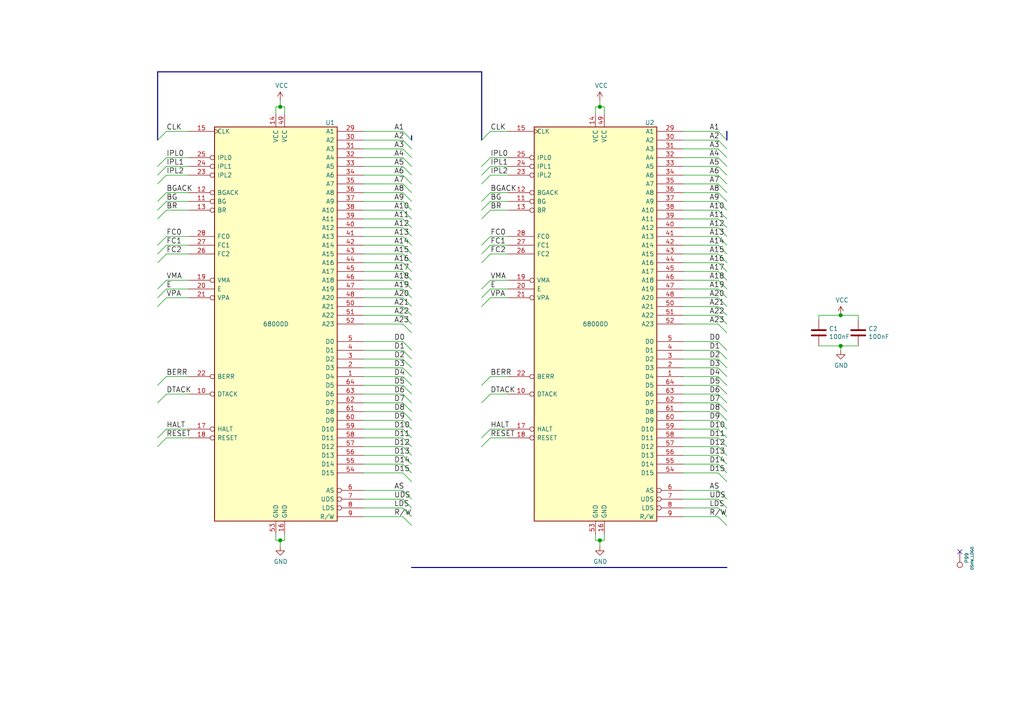
<source format=kicad_sch>
(kicad_sch (version 20210615) (generator eeschema)
  (paper "A4")
  (title_block (title "Open68000Relocator") (date "2018-11-02") (rev "V1sukko-git") (company "SukkoPera") (comment 1 "Shifts a 68000 processor socket up and 90 degrees counter-clockwise") (comment 2 "https://github.com/SukkoPera/Open68000Relocator") (comment 3 "Based on work by AwesomeInferno") (comment 4 "http://www.github.com/awesomeinferno"))
  (lib_symbols
    (symbol "68000Relocator-rescue:CONN_1-conn" (pin_numbers hide) (pin_names (offset 0.762) hide)
      (property "Reference" "P" (at 2.032 0 0))
      (symbol "CONN_1-conn_0_1"
        (circle (center 0 0) (radius 0.7874))
        (polyline (pts (xy -0.762 0) (xy -1.27 0)))
      )
      (symbol "CONN_1-conn_1_1"
        (pin passive line (at -3.81 0 0) (length 2.54) (name "1") (number "1"))
      )
    )
    (symbol "CPU_NXP_68000:68000D" (pin_names (offset 0.762))
      (property "Reference" "U" (at 0 2.54 0))
      (property "Value" "68000D" (at 0 -3.81 0))
      (symbol "68000D_0_1"
        (rectangle (start -17.78 57.15) (end 17.78 -57.15) (stroke (width 0.254)) (fill (type background)))
      )
      (symbol "68000D_1_1"
        (pin bidirectional line (at 25.4 -15.24 180) (length 7.62) (name "D4") (number "1"))
        (pin input inverted (at -25.4 -20.32 0) (length 7.62) (name "DTACK") (number "10"))
        (pin output inverted (at -25.4 35.56 0) (length 7.62) (name "BG") (number "11"))
        (pin input inverted (at -25.4 38.1 0) (length 7.62) (name "BGACK") (number "12"))
        (pin input inverted (at -25.4 33.02 0) (length 7.62) (name "BR") (number "13"))
        (pin power_in line (at 0 60.96 270) (length 3.81) (name "VCC") (number "14"))
        (pin input clock (at -25.4 55.88 0) (length 7.62) (name "CLK") (number "15"))
        (pin power_in line (at 2.54 -60.96 90) (length 3.81) (name "GND") (number "16"))
        (pin bidirectional inverted (at -25.4 -30.48 0) (length 7.62) (name "HALT") (number "17"))
        (pin bidirectional inverted (at -25.4 -33.02 0) (length 7.62) (name "RESET") (number "18"))
        (pin output inverted (at -25.4 12.7 0) (length 7.62) (name "VMA") (number "19"))
        (pin bidirectional line (at 25.4 -12.7 180) (length 7.62) (name "D3") (number "2"))
        (pin output line (at -25.4 10.16 0) (length 7.62) (name "E") (number "20"))
        (pin input inverted (at -25.4 7.62 0) (length 7.62) (name "VPA") (number "21"))
        (pin input inverted (at -25.4 -15.24 0) (length 7.62) (name "BERR") (number "22"))
        (pin input inverted (at -25.4 43.18 0) (length 7.62) (name "IPL2") (number "23"))
        (pin input inverted (at -25.4 45.72 0) (length 7.62) (name "IPL1") (number "24"))
        (pin input inverted (at -25.4 48.26 0) (length 7.62) (name "IPL0") (number "25"))
        (pin output line (at -25.4 20.32 0) (length 7.62) (name "FC2") (number "26"))
        (pin output line (at -25.4 22.86 0) (length 7.62) (name "FC1") (number "27"))
        (pin output line (at -25.4 25.4 0) (length 7.62) (name "FC0") (number "28"))
        (pin output line (at 25.4 55.88 180) (length 7.62) (name "A1") (number "29"))
        (pin bidirectional line (at 25.4 -10.16 180) (length 7.62) (name "D2") (number "3"))
        (pin output line (at 25.4 53.34 180) (length 7.62) (name "A2") (number "30"))
        (pin output line (at 25.4 50.8 180) (length 7.62) (name "A3") (number "31"))
        (pin output line (at 25.4 48.26 180) (length 7.62) (name "A4") (number "32"))
        (pin output line (at 25.4 45.72 180) (length 7.62) (name "A5") (number "33"))
        (pin output line (at 25.4 43.18 180) (length 7.62) (name "A6") (number "34"))
        (pin output line (at 25.4 40.64 180) (length 7.62) (name "A7") (number "35"))
        (pin output line (at 25.4 38.1 180) (length 7.62) (name "A8") (number "36"))
        (pin output line (at 25.4 35.56 180) (length 7.62) (name "A9") (number "37"))
        (pin output line (at 25.4 33.02 180) (length 7.62) (name "A10") (number "38"))
        (pin output line (at 25.4 30.48 180) (length 7.62) (name "A11") (number "39"))
        (pin bidirectional line (at 25.4 -7.62 180) (length 7.62) (name "D1") (number "4"))
        (pin output line (at 25.4 27.94 180) (length 7.62) (name "A12") (number "40"))
        (pin output line (at 25.4 25.4 180) (length 7.62) (name "A13") (number "41"))
        (pin output line (at 25.4 22.86 180) (length 7.62) (name "A14") (number "42"))
        (pin output line (at 25.4 20.32 180) (length 7.62) (name "A15") (number "43"))
        (pin output line (at 25.4 17.78 180) (length 7.62) (name "A16") (number "44"))
        (pin output line (at 25.4 15.24 180) (length 7.62) (name "A17") (number "45"))
        (pin output line (at 25.4 12.7 180) (length 7.62) (name "A18") (number "46"))
        (pin output line (at 25.4 10.16 180) (length 7.62) (name "A19") (number "47"))
        (pin output line (at 25.4 7.62 180) (length 7.62) (name "A20") (number "48"))
        (pin power_in line (at 2.54 60.96 270) (length 3.81) (name "VCC") (number "49"))
        (pin bidirectional line (at 25.4 -5.08 180) (length 7.62) (name "D0") (number "5"))
        (pin output line (at 25.4 5.08 180) (length 7.62) (name "A21") (number "50"))
        (pin output line (at 25.4 2.54 180) (length 7.62) (name "A22") (number "51"))
        (pin output line (at 25.4 0 180) (length 7.62) (name "A23") (number "52"))
        (pin power_in line (at 0 -60.96 90) (length 3.81) (name "GND") (number "53"))
        (pin bidirectional line (at 25.4 -43.18 180) (length 7.62) (name "D15") (number "54"))
        (pin bidirectional line (at 25.4 -40.64 180) (length 7.62) (name "D14") (number "55"))
        (pin bidirectional line (at 25.4 -38.1 180) (length 7.62) (name "D13") (number "56"))
        (pin bidirectional line (at 25.4 -35.56 180) (length 7.62) (name "D12") (number "57"))
        (pin bidirectional line (at 25.4 -33.02 180) (length 7.62) (name "D11") (number "58"))
        (pin bidirectional line (at 25.4 -30.48 180) (length 7.62) (name "D10") (number "59"))
        (pin output inverted (at 25.4 -48.26 180) (length 7.62) (name "AS") (number "6"))
        (pin bidirectional line (at 25.4 -27.94 180) (length 7.62) (name "D9") (number "60"))
        (pin bidirectional line (at 25.4 -25.4 180) (length 7.62) (name "D8") (number "61"))
        (pin bidirectional line (at 25.4 -22.86 180) (length 7.62) (name "D7") (number "62"))
        (pin bidirectional line (at 25.4 -20.32 180) (length 7.62) (name "D6") (number "63"))
        (pin bidirectional line (at 25.4 -17.78 180) (length 7.62) (name "D5") (number "64"))
        (pin output inverted (at 25.4 -50.8 180) (length 7.62) (name "UDS") (number "7"))
        (pin output inverted (at 25.4 -53.34 180) (length 7.62) (name "LDS") (number "8"))
        (pin output line (at 25.4 -55.88 180) (length 7.62) (name "R/W") (number "9"))
      )
    )
    (symbol "Device:C" (pin_numbers hide) (pin_names (offset 0.254))
      (property "Reference" "C" (at 0.635 2.54 0))
      (property "Value" "C" (at 0.635 -2.54 0))
      (symbol "C_0_1"
        (polyline (pts (xy -2.032 -0.762) (xy 2.032 -0.762)) (stroke (width 0.508)))
        (polyline (pts (xy -2.032 0.762) (xy 2.032 0.762)) (stroke (width 0.508)))
      )
      (symbol "C_1_1"
        (pin passive line (at 0 3.81 270) (length 2.794) (name "~") (number "1"))
        (pin passive line (at 0 -3.81 90) (length 2.794) (name "~") (number "2"))
      )
    )
    (symbol "power:GND" (power) (pin_names (offset 0))
      (property "Value" "GND" (at 0 -3.81 0))
      (symbol "GND_0_1"
        (polyline (pts (xy 0 0) (xy 0 -1.27) (xy 1.27 -1.27) (xy 0 -2.54) (xy -1.27 -1.27) (xy 0 -1.27)))
      )
      (symbol "GND_1_1"
        (pin power_in line (at 0 0 270) (length 0) hide (name "GND") (number "1"))
      )
    )
    (symbol "power:VCC" (power) (pin_names (offset 0))
      (property "Value" "VCC" (at 0 3.81 0))
      (symbol "VCC_0_1"
        (polyline (pts (xy -0.762 1.27) (xy 0 2.54)))
        (polyline (pts (xy 0 0) (xy 0 2.54)))
        (polyline (pts (xy 0 2.54) (xy 0.762 1.27)))
      )
      (symbol "VCC_1_1"
        (pin power_in line (at 0 0 90) (length 0) hide (name "VCC") (number "1"))
      )
    )
  )
  (junction (at 81.28 30.988) (diameter 1.016))
  (junction (at 81.28 156.718) (diameter 1.016))
  (junction (at 173.99 30.988) (diameter 1.016))
  (junction (at 173.99 156.718) (diameter 1.016))
  (junction (at 243.84 91.44) (diameter 1.016))
  (junction (at 243.84 100.33) (diameter 1.016))
  (no_connect (at 278.384 160.02))
  (bus_entry (at 45.72 40.64) (size 2.54 -2.54) (stroke (width 0.1524)))
  (bus_entry (at 45.72 48.26) (size 2.54 -2.54) (stroke (width 0.1524)))
  (bus_entry (at 45.72 50.8) (size 2.54 -2.54) (stroke (width 0.1524)))
  (bus_entry (at 45.72 53.34) (size 2.54 -2.54) (stroke (width 0.1524)))
  (bus_entry (at 45.72 58.42) (size 2.54 -2.54) (stroke (width 0.1524)))
  (bus_entry (at 45.72 60.96) (size 2.54 -2.54) (stroke (width 0.1524)))
  (bus_entry (at 45.72 63.5) (size 2.54 -2.54) (stroke (width 0.1524)))
  (bus_entry (at 45.72 71.12) (size 2.54 -2.54) (stroke (width 0.1524)))
  (bus_entry (at 45.72 73.66) (size 2.54 -2.54) (stroke (width 0.1524)))
  (bus_entry (at 45.72 76.2) (size 2.54 -2.54) (stroke (width 0.1524)))
  (bus_entry (at 45.72 83.82) (size 2.54 -2.54) (stroke (width 0.1524)))
  (bus_entry (at 45.72 86.36) (size 2.54 -2.54) (stroke (width 0.1524)))
  (bus_entry (at 45.72 88.9) (size 2.54 -2.54) (stroke (width 0.1524)))
  (bus_entry (at 45.72 111.76) (size 2.54 -2.54) (stroke (width 0.1524)))
  (bus_entry (at 45.72 116.84) (size 2.54 -2.54) (stroke (width 0.1524)))
  (bus_entry (at 45.72 127) (size 2.54 -2.54) (stroke (width 0.1524)))
  (bus_entry (at 45.72 129.54) (size 2.54 -2.54) (stroke (width 0.1524)))
  (bus_entry (at 116.84 38.1) (size 2.54 2.54) (stroke (width 0.1524)))
  (bus_entry (at 116.84 40.64) (size 2.54 2.54) (stroke (width 0.1524)))
  (bus_entry (at 116.84 43.18) (size 2.54 2.54) (stroke (width 0.1524)))
  (bus_entry (at 116.84 45.72) (size 2.54 2.54) (stroke (width 0.1524)))
  (bus_entry (at 116.84 48.26) (size 2.54 2.54) (stroke (width 0.1524)))
  (bus_entry (at 116.84 50.8) (size 2.54 2.54) (stroke (width 0.1524)))
  (bus_entry (at 116.84 53.34) (size 2.54 2.54) (stroke (width 0.1524)))
  (bus_entry (at 116.84 55.88) (size 2.54 2.54) (stroke (width 0.1524)))
  (bus_entry (at 116.84 58.42) (size 2.54 2.54) (stroke (width 0.1524)))
  (bus_entry (at 116.84 60.96) (size 2.54 2.54) (stroke (width 0.1524)))
  (bus_entry (at 116.84 63.5) (size 2.54 2.54) (stroke (width 0.1524)))
  (bus_entry (at 116.84 66.04) (size 2.54 2.54) (stroke (width 0.1524)))
  (bus_entry (at 116.84 68.58) (size 2.54 2.54) (stroke (width 0.1524)))
  (bus_entry (at 116.84 71.12) (size 2.54 2.54) (stroke (width 0.1524)))
  (bus_entry (at 116.84 73.66) (size 2.54 2.54) (stroke (width 0.1524)))
  (bus_entry (at 116.84 76.2) (size 2.54 2.54) (stroke (width 0.1524)))
  (bus_entry (at 116.84 78.74) (size 2.54 2.54) (stroke (width 0.1524)))
  (bus_entry (at 116.84 81.28) (size 2.54 2.54) (stroke (width 0.1524)))
  (bus_entry (at 116.84 83.82) (size 2.54 2.54) (stroke (width 0.1524)))
  (bus_entry (at 116.84 86.36) (size 2.54 2.54) (stroke (width 0.1524)))
  (bus_entry (at 116.84 88.9) (size 2.54 2.54) (stroke (width 0.1524)))
  (bus_entry (at 116.84 91.44) (size 2.54 2.54) (stroke (width 0.1524)))
  (bus_entry (at 116.84 93.98) (size 2.54 2.54) (stroke (width 0.1524)))
  (bus_entry (at 116.84 99.06) (size 2.54 2.54) (stroke (width 0.1524)))
  (bus_entry (at 116.84 101.6) (size 2.54 2.54) (stroke (width 0.1524)))
  (bus_entry (at 116.84 104.14) (size 2.54 2.54) (stroke (width 0.1524)))
  (bus_entry (at 116.84 106.68) (size 2.54 2.54) (stroke (width 0.1524)))
  (bus_entry (at 116.84 109.22) (size 2.54 2.54) (stroke (width 0.1524)))
  (bus_entry (at 116.84 111.76) (size 2.54 2.54) (stroke (width 0.1524)))
  (bus_entry (at 116.84 114.3) (size 2.54 2.54) (stroke (width 0.1524)))
  (bus_entry (at 116.84 116.84) (size 2.54 2.54) (stroke (width 0.1524)))
  (bus_entry (at 116.84 119.38) (size 2.54 2.54) (stroke (width 0.1524)))
  (bus_entry (at 116.84 121.92) (size 2.54 2.54) (stroke (width 0.1524)))
  (bus_entry (at 116.84 124.46) (size 2.54 2.54) (stroke (width 0.1524)))
  (bus_entry (at 116.84 127) (size 2.54 2.54) (stroke (width 0.1524)))
  (bus_entry (at 116.84 129.54) (size 2.54 2.54) (stroke (width 0.1524)))
  (bus_entry (at 116.84 132.08) (size 2.54 2.54) (stroke (width 0.1524)))
  (bus_entry (at 116.84 134.62) (size 2.54 2.54) (stroke (width 0.1524)))
  (bus_entry (at 116.84 137.16) (size 2.54 2.54) (stroke (width 0.1524)))
  (bus_entry (at 116.84 142.24) (size 2.54 2.54) (stroke (width 0.1524)))
  (bus_entry (at 116.84 144.78) (size 2.54 2.54) (stroke (width 0.1524)))
  (bus_entry (at 116.84 147.32) (size 2.54 2.54) (stroke (width 0.1524)))
  (bus_entry (at 116.84 149.86) (size 2.54 2.54) (stroke (width 0.1524)))
  (bus_entry (at 139.7 40.64) (size 2.54 -2.54) (stroke (width 0.1524)))
  (bus_entry (at 139.7 48.26) (size 2.54 -2.54) (stroke (width 0.1524)))
  (bus_entry (at 139.7 50.8) (size 2.54 -2.54) (stroke (width 0.1524)))
  (bus_entry (at 139.7 53.34) (size 2.54 -2.54) (stroke (width 0.1524)))
  (bus_entry (at 139.7 58.42) (size 2.54 -2.54) (stroke (width 0.1524)))
  (bus_entry (at 139.7 60.96) (size 2.54 -2.54) (stroke (width 0.1524)))
  (bus_entry (at 139.7 63.5) (size 2.54 -2.54) (stroke (width 0.1524)))
  (bus_entry (at 139.7 71.12) (size 2.54 -2.54) (stroke (width 0.1524)))
  (bus_entry (at 139.7 73.66) (size 2.54 -2.54) (stroke (width 0.1524)))
  (bus_entry (at 139.7 76.2) (size 2.54 -2.54) (stroke (width 0.1524)))
  (bus_entry (at 139.7 83.82) (size 2.54 -2.54) (stroke (width 0.1524)))
  (bus_entry (at 139.7 86.36) (size 2.54 -2.54) (stroke (width 0.1524)))
  (bus_entry (at 139.7 88.9) (size 2.54 -2.54) (stroke (width 0.1524)))
  (bus_entry (at 139.7 111.76) (size 2.54 -2.54) (stroke (width 0.1524)))
  (bus_entry (at 139.7 116.84) (size 2.54 -2.54) (stroke (width 0.1524)))
  (bus_entry (at 139.7 127) (size 2.54 -2.54) (stroke (width 0.1524)))
  (bus_entry (at 139.7 129.54) (size 2.54 -2.54) (stroke (width 0.1524)))
  (bus_entry (at 208.28 38.1) (size 2.54 2.54) (stroke (width 0.1524)))
  (bus_entry (at 208.28 40.64) (size 2.54 2.54) (stroke (width 0.1524)))
  (bus_entry (at 208.28 43.18) (size 2.54 2.54) (stroke (width 0.1524)))
  (bus_entry (at 208.28 45.72) (size 2.54 2.54) (stroke (width 0.1524)))
  (bus_entry (at 208.28 48.26) (size 2.54 2.54) (stroke (width 0.1524)))
  (bus_entry (at 208.28 50.8) (size 2.54 2.54) (stroke (width 0.1524)))
  (bus_entry (at 208.28 53.34) (size 2.54 2.54) (stroke (width 0.1524)))
  (bus_entry (at 208.28 55.88) (size 2.54 2.54) (stroke (width 0.1524)))
  (bus_entry (at 208.28 58.42) (size 2.54 2.54) (stroke (width 0.1524)))
  (bus_entry (at 208.28 60.96) (size 2.54 2.54) (stroke (width 0.1524)))
  (bus_entry (at 208.28 63.5) (size 2.54 2.54) (stroke (width 0.1524)))
  (bus_entry (at 208.28 66.04) (size 2.54 2.54) (stroke (width 0.1524)))
  (bus_entry (at 208.28 68.58) (size 2.54 2.54) (stroke (width 0.1524)))
  (bus_entry (at 208.28 71.12) (size 2.54 2.54) (stroke (width 0.1524)))
  (bus_entry (at 208.28 73.66) (size 2.54 2.54) (stroke (width 0.1524)))
  (bus_entry (at 208.28 76.2) (size 2.54 2.54) (stroke (width 0.1524)))
  (bus_entry (at 208.28 78.74) (size 2.54 2.54) (stroke (width 0.1524)))
  (bus_entry (at 208.28 81.28) (size 2.54 2.54) (stroke (width 0.1524)))
  (bus_entry (at 208.28 83.82) (size 2.54 2.54) (stroke (width 0.1524)))
  (bus_entry (at 208.28 86.36) (size 2.54 2.54) (stroke (width 0.1524)))
  (bus_entry (at 208.28 88.9) (size 2.54 2.54) (stroke (width 0.1524)))
  (bus_entry (at 208.28 91.44) (size 2.54 2.54) (stroke (width 0.1524)))
  (bus_entry (at 208.28 93.98) (size 2.54 2.54) (stroke (width 0.1524)))
  (bus_entry (at 208.28 99.06) (size 2.54 2.54) (stroke (width 0.1524)))
  (bus_entry (at 208.28 101.6) (size 2.54 2.54) (stroke (width 0.1524)))
  (bus_entry (at 208.28 104.14) (size 2.54 2.54) (stroke (width 0.1524)))
  (bus_entry (at 208.28 106.68) (size 2.54 2.54) (stroke (width 0.1524)))
  (bus_entry (at 208.28 109.22) (size 2.54 2.54) (stroke (width 0.1524)))
  (bus_entry (at 208.28 111.76) (size 2.54 2.54) (stroke (width 0.1524)))
  (bus_entry (at 208.28 114.3) (size 2.54 2.54) (stroke (width 0.1524)))
  (bus_entry (at 208.28 116.84) (size 2.54 2.54) (stroke (width 0.1524)))
  (bus_entry (at 208.28 119.38) (size 2.54 2.54) (stroke (width 0.1524)))
  (bus_entry (at 208.28 121.92) (size 2.54 2.54) (stroke (width 0.1524)))
  (bus_entry (at 208.28 124.46) (size 2.54 2.54) (stroke (width 0.1524)))
  (bus_entry (at 208.28 127) (size 2.54 2.54) (stroke (width 0.1524)))
  (bus_entry (at 208.28 129.54) (size 2.54 2.54) (stroke (width 0.1524)))
  (bus_entry (at 208.28 132.08) (size 2.54 2.54) (stroke (width 0.1524)))
  (bus_entry (at 208.28 134.62) (size 2.54 2.54) (stroke (width 0.1524)))
  (bus_entry (at 208.28 137.16) (size 2.54 2.54) (stroke (width 0.1524)))
  (bus_entry (at 208.28 142.24) (size 2.54 2.54) (stroke (width 0.1524)))
  (bus_entry (at 208.28 144.78) (size 2.54 2.54) (stroke (width 0.1524)))
  (bus_entry (at 208.28 147.32) (size 2.54 2.54) (stroke (width 0.1524)))
  (bus_entry (at 208.28 149.86) (size 2.54 2.54) (stroke (width 0.1524)))
  (wire (pts (xy 48.26 45.72) (xy 54.61 45.72)))
  (wire (pts (xy 48.26 48.26) (xy 54.61 48.26)))
  (wire (pts (xy 48.26 50.8) (xy 54.61 50.8)))
  (wire (pts (xy 48.26 55.88) (xy 54.61 55.88)))
  (wire (pts (xy 48.26 58.42) (xy 54.61 58.42)))
  (wire (pts (xy 48.26 60.96) (xy 54.61 60.96)))
  (wire (pts (xy 48.26 68.58) (xy 54.61 68.58)))
  (wire (pts (xy 48.26 71.12) (xy 54.61 71.12)))
  (wire (pts (xy 48.26 73.66) (xy 54.61 73.66)))
  (wire (pts (xy 48.26 81.28) (xy 54.61 81.28)))
  (wire (pts (xy 48.26 83.82) (xy 54.61 83.82)))
  (wire (pts (xy 48.26 86.36) (xy 54.61 86.36)))
  (wire (pts (xy 48.26 109.22) (xy 54.61 109.22)))
  (wire (pts (xy 48.26 114.3) (xy 54.61 114.3)))
  (wire (pts (xy 48.26 124.46) (xy 54.61 124.46)))
  (wire (pts (xy 48.26 127) (xy 54.61 127)))
  (wire (pts (xy 54.61 38.1) (xy 48.26 38.1)))
  (wire (pts (xy 80.01 30.988) (xy 81.28 30.988)))
  (wire (pts (xy 80.01 33.02) (xy 80.01 30.988)))
  (wire (pts (xy 80.01 154.94) (xy 80.01 156.718)))
  (wire (pts (xy 80.01 156.718) (xy 81.28 156.718)))
  (wire (pts (xy 81.28 29.21) (xy 81.28 30.988)))
  (wire (pts (xy 81.28 30.988) (xy 82.55 30.988)))
  (wire (pts (xy 81.28 156.718) (xy 82.55 156.718)))
  (wire (pts (xy 81.28 158.496) (xy 81.28 156.718)))
  (wire (pts (xy 82.55 30.988) (xy 82.55 33.02)))
  (wire (pts (xy 82.55 156.718) (xy 82.55 154.94)))
  (wire (pts (xy 105.41 38.1) (xy 116.84 38.1)))
  (wire (pts (xy 105.41 40.64) (xy 116.84 40.64)))
  (wire (pts (xy 105.41 43.18) (xy 116.84 43.18)))
  (wire (pts (xy 105.41 45.72) (xy 116.84 45.72)))
  (wire (pts (xy 105.41 48.26) (xy 116.84 48.26)))
  (wire (pts (xy 105.41 50.8) (xy 116.84 50.8)))
  (wire (pts (xy 105.41 53.34) (xy 116.84 53.34)))
  (wire (pts (xy 105.41 55.88) (xy 116.84 55.88)))
  (wire (pts (xy 105.41 58.42) (xy 116.84 58.42)))
  (wire (pts (xy 105.41 60.96) (xy 116.84 60.96)))
  (wire (pts (xy 105.41 63.5) (xy 116.84 63.5)))
  (wire (pts (xy 105.41 66.04) (xy 116.84 66.04)))
  (wire (pts (xy 105.41 68.58) (xy 116.84 68.58)))
  (wire (pts (xy 105.41 71.12) (xy 116.84 71.12)))
  (wire (pts (xy 105.41 73.66) (xy 116.84 73.66)))
  (wire (pts (xy 105.41 76.2) (xy 116.84 76.2)))
  (wire (pts (xy 105.41 78.74) (xy 116.84 78.74)))
  (wire (pts (xy 105.41 81.28) (xy 116.84 81.28)))
  (wire (pts (xy 105.41 83.82) (xy 116.84 83.82)))
  (wire (pts (xy 105.41 86.36) (xy 116.84 86.36)))
  (wire (pts (xy 105.41 88.9) (xy 116.84 88.9)))
  (wire (pts (xy 105.41 91.44) (xy 116.84 91.44)))
  (wire (pts (xy 105.41 93.98) (xy 116.84 93.98)))
  (wire (pts (xy 105.41 99.06) (xy 116.84 99.06)))
  (wire (pts (xy 105.41 101.6) (xy 116.84 101.6)))
  (wire (pts (xy 105.41 104.14) (xy 116.84 104.14)))
  (wire (pts (xy 105.41 106.68) (xy 116.84 106.68)))
  (wire (pts (xy 105.41 109.22) (xy 116.84 109.22)))
  (wire (pts (xy 105.41 111.76) (xy 116.84 111.76)))
  (wire (pts (xy 105.41 114.3) (xy 116.84 114.3)))
  (wire (pts (xy 105.41 116.84) (xy 116.84 116.84)))
  (wire (pts (xy 105.41 119.38) (xy 116.84 119.38)))
  (wire (pts (xy 105.41 121.92) (xy 116.84 121.92)))
  (wire (pts (xy 105.41 124.46) (xy 116.84 124.46)))
  (wire (pts (xy 105.41 127) (xy 116.84 127)))
  (wire (pts (xy 105.41 129.54) (xy 116.84 129.54)))
  (wire (pts (xy 105.41 132.08) (xy 116.84 132.08)))
  (wire (pts (xy 105.41 134.62) (xy 116.84 134.62)))
  (wire (pts (xy 105.41 137.16) (xy 116.84 137.16)))
  (wire (pts (xy 105.41 142.24) (xy 116.84 142.24)))
  (wire (pts (xy 105.41 144.78) (xy 116.84 144.78)))
  (wire (pts (xy 105.41 147.32) (xy 116.84 147.32)))
  (wire (pts (xy 105.41 149.86) (xy 116.84 149.86)))
  (wire (pts (xy 142.24 38.1) (xy 147.32 38.1)))
  (wire (pts (xy 142.24 45.72) (xy 147.32 45.72)))
  (wire (pts (xy 142.24 48.26) (xy 147.32 48.26)))
  (wire (pts (xy 142.24 50.8) (xy 147.32 50.8)))
  (wire (pts (xy 142.24 55.88) (xy 147.32 55.88)))
  (wire (pts (xy 142.24 58.42) (xy 147.32 58.42)))
  (wire (pts (xy 142.24 60.96) (xy 147.32 60.96)))
  (wire (pts (xy 142.24 68.58) (xy 147.32 68.58)))
  (wire (pts (xy 142.24 71.12) (xy 147.32 71.12)))
  (wire (pts (xy 142.24 73.66) (xy 147.32 73.66)))
  (wire (pts (xy 142.24 81.28) (xy 147.32 81.28)))
  (wire (pts (xy 142.24 83.82) (xy 147.32 83.82)))
  (wire (pts (xy 142.24 86.36) (xy 147.32 86.36)))
  (wire (pts (xy 142.24 109.22) (xy 147.32 109.22)))
  (wire (pts (xy 142.24 114.3) (xy 147.32 114.3)))
  (wire (pts (xy 142.24 124.46) (xy 147.32 124.46)))
  (wire (pts (xy 142.24 127) (xy 147.32 127)))
  (wire (pts (xy 172.72 30.988) (xy 173.99 30.988)))
  (wire (pts (xy 172.72 33.02) (xy 172.72 30.988)))
  (wire (pts (xy 172.72 154.94) (xy 172.72 156.718)))
  (wire (pts (xy 172.72 156.718) (xy 173.99 156.718)))
  (wire (pts (xy 173.99 29.21) (xy 173.99 30.988)))
  (wire (pts (xy 173.99 30.988) (xy 175.26 30.988)))
  (wire (pts (xy 173.99 156.718) (xy 175.26 156.718)))
  (wire (pts (xy 173.99 158.496) (xy 173.99 156.718)))
  (wire (pts (xy 175.26 30.988) (xy 175.26 33.02)))
  (wire (pts (xy 175.26 156.718) (xy 175.26 154.94)))
  (wire (pts (xy 198.12 38.1) (xy 208.28 38.1)))
  (wire (pts (xy 198.12 40.64) (xy 208.28 40.64)))
  (wire (pts (xy 198.12 43.18) (xy 208.28 43.18)))
  (wire (pts (xy 198.12 45.72) (xy 208.28 45.72)))
  (wire (pts (xy 198.12 48.26) (xy 208.28 48.26)))
  (wire (pts (xy 198.12 50.8) (xy 208.28 50.8)))
  (wire (pts (xy 198.12 53.34) (xy 208.28 53.34)))
  (wire (pts (xy 198.12 55.88) (xy 208.28 55.88)))
  (wire (pts (xy 198.12 58.42) (xy 208.28 58.42)))
  (wire (pts (xy 198.12 60.96) (xy 208.28 60.96)))
  (wire (pts (xy 198.12 63.5) (xy 208.28 63.5)))
  (wire (pts (xy 198.12 66.04) (xy 208.28 66.04)))
  (wire (pts (xy 198.12 68.58) (xy 208.28 68.58)))
  (wire (pts (xy 198.12 71.12) (xy 208.28 71.12)))
  (wire (pts (xy 198.12 73.66) (xy 208.28 73.66)))
  (wire (pts (xy 198.12 76.2) (xy 208.28 76.2)))
  (wire (pts (xy 198.12 78.74) (xy 208.28 78.74)))
  (wire (pts (xy 198.12 81.28) (xy 208.28 81.28)))
  (wire (pts (xy 198.12 83.82) (xy 208.28 83.82)))
  (wire (pts (xy 198.12 86.36) (xy 208.28 86.36)))
  (wire (pts (xy 198.12 88.9) (xy 208.28 88.9)))
  (wire (pts (xy 198.12 91.44) (xy 208.28 91.44)))
  (wire (pts (xy 198.12 93.98) (xy 208.28 93.98)))
  (wire (pts (xy 198.12 99.06) (xy 208.28 99.06)))
  (wire (pts (xy 198.12 101.6) (xy 208.28 101.6)))
  (wire (pts (xy 198.12 104.14) (xy 208.28 104.14)))
  (wire (pts (xy 198.12 106.68) (xy 208.28 106.68)))
  (wire (pts (xy 198.12 109.22) (xy 208.28 109.22)))
  (wire (pts (xy 198.12 111.76) (xy 208.28 111.76)))
  (wire (pts (xy 198.12 114.3) (xy 208.28 114.3)))
  (wire (pts (xy 198.12 116.84) (xy 208.28 116.84)))
  (wire (pts (xy 198.12 119.38) (xy 208.28 119.38)))
  (wire (pts (xy 198.12 121.92) (xy 208.28 121.92)))
  (wire (pts (xy 198.12 124.46) (xy 208.28 124.46)))
  (wire (pts (xy 198.12 127) (xy 208.28 127)))
  (wire (pts (xy 198.12 129.54) (xy 208.28 129.54)))
  (wire (pts (xy 198.12 132.08) (xy 208.28 132.08)))
  (wire (pts (xy 198.12 134.62) (xy 208.28 134.62)))
  (wire (pts (xy 198.12 137.16) (xy 208.28 137.16)))
  (wire (pts (xy 198.12 142.24) (xy 208.28 142.24)))
  (wire (pts (xy 198.12 144.78) (xy 208.28 144.78)))
  (wire (pts (xy 198.12 147.32) (xy 208.28 147.32)))
  (wire (pts (xy 198.12 149.86) (xy 208.28 149.86)))
  (wire (pts (xy 237.49 91.44) (xy 237.49 92.71)))
  (wire (pts (xy 237.49 100.33) (xy 243.84 100.33)))
  (wire (pts (xy 243.84 91.44) (xy 237.49 91.44)))
  (wire (pts (xy 243.84 91.44) (xy 248.92 91.44)))
  (wire (pts (xy 243.84 100.33) (xy 243.84 101.6)))
  (wire (pts (xy 248.92 91.44) (xy 248.92 92.71)))
  (wire (pts (xy 248.92 100.33) (xy 243.84 100.33)))
  (bus (pts (xy 45.72 20.828) (xy 45.72 129.54)))
  (bus (pts (xy 119.38 39.37) (xy 119.38 164.592)))
  (bus (pts (xy 139.7 20.828) (xy 45.72 20.828)))
  (bus (pts (xy 139.7 20.828) (xy 139.7 129.54)))
  (bus (pts (xy 210.82 38.1) (xy 210.82 164.592)))
  (bus (pts (xy 210.82 164.592) (xy 119.38 164.592)))
  (label "CLK" (at 48.26 38.1 0) (effects (font (size 1.524 1.524))))
  (label "IPL0" (at 48.26 45.72 0) (effects (font (size 1.524 1.524))))
  (label "IPL1" (at 48.26 48.26 0) (effects (font (size 1.524 1.524))))
  (label "IPL2" (at 48.26 50.8 0) (effects (font (size 1.524 1.524))))
  (label "BGACK" (at 48.26 55.88 0) (effects (font (size 1.524 1.524))))
  (label "BG" (at 48.26 58.42 0) (effects (font (size 1.524 1.524))))
  (label "BR" (at 48.26 60.96 0) (effects (font (size 1.524 1.524))))
  (label "FC0" (at 48.26 68.58 0) (effects (font (size 1.524 1.524))))
  (label "FC1" (at 48.26 71.12 0) (effects (font (size 1.524 1.524))))
  (label "FC2" (at 48.26 73.66 0) (effects (font (size 1.524 1.524))))
  (label "VMA" (at 48.26 81.28 0) (effects (font (size 1.524 1.524))))
  (label "E" (at 48.26 83.82 0) (effects (font (size 1.524 1.524))))
  (label "VPA" (at 48.26 86.36 0) (effects (font (size 1.524 1.524))))
  (label "BERR" (at 48.26 109.22 0) (effects (font (size 1.524 1.524))))
  (label "DTACK" (at 48.26 114.3 0) (effects (font (size 1.524 1.524))))
  (label "HALT" (at 48.26 124.46 0) (effects (font (size 1.524 1.524))))
  (label "RESET" (at 48.26 127 0) (effects (font (size 1.524 1.524))))
  (label "A1" (at 114.3 38.1 0) (effects (font (size 1.524 1.524))))
  (label "A2" (at 114.3 40.64 0) (effects (font (size 1.524 1.524))))
  (label "A3" (at 114.3 43.18 0) (effects (font (size 1.524 1.524))))
  (label "A4" (at 114.3 45.72 0) (effects (font (size 1.524 1.524))))
  (label "A5" (at 114.3 48.26 0) (effects (font (size 1.524 1.524))))
  (label "A6" (at 114.3 50.8 0) (effects (font (size 1.524 1.524))))
  (label "A7" (at 114.3 53.34 0) (effects (font (size 1.524 1.524))))
  (label "A8" (at 114.3 55.88 0) (effects (font (size 1.524 1.524))))
  (label "A9" (at 114.3 58.42 0) (effects (font (size 1.524 1.524))))
  (label "A10" (at 114.3 60.96 0) (effects (font (size 1.524 1.524))))
  (label "A11" (at 114.3 63.5 0) (effects (font (size 1.524 1.524))))
  (label "A12" (at 114.3 66.04 0) (effects (font (size 1.524 1.524))))
  (label "A13" (at 114.3 68.58 0) (effects (font (size 1.524 1.524))))
  (label "A14" (at 114.3 71.12 0) (effects (font (size 1.524 1.524))))
  (label "A15" (at 114.3 73.66 0) (effects (font (size 1.524 1.524))))
  (label "A16" (at 114.3 76.2 0) (effects (font (size 1.524 1.524))))
  (label "A17" (at 114.3 78.74 0) (effects (font (size 1.524 1.524))))
  (label "A18" (at 114.3 81.28 0) (effects (font (size 1.524 1.524))))
  (label "A19" (at 114.3 83.82 0) (effects (font (size 1.524 1.524))))
  (label "A20" (at 114.3 86.36 0) (effects (font (size 1.524 1.524))))
  (label "A21" (at 114.3 88.9 0) (effects (font (size 1.524 1.524))))
  (label "A22" (at 114.3 91.44 0) (effects (font (size 1.524 1.524))))
  (label "A23" (at 114.3 93.98 0) (effects (font (size 1.524 1.524))))
  (label "D0" (at 114.3 99.06 0) (effects (font (size 1.524 1.524))))
  (label "D1" (at 114.3 101.6 0) (effects (font (size 1.524 1.524))))
  (label "D2" (at 114.3 104.14 0) (effects (font (size 1.524 1.524))))
  (label "D3" (at 114.3 106.68 0) (effects (font (size 1.524 1.524))))
  (label "D4" (at 114.3 109.22 0) (effects (font (size 1.524 1.524))))
  (label "D5" (at 114.3 111.76 0) (effects (font (size 1.524 1.524))))
  (label "D6" (at 114.3 114.3 0) (effects (font (size 1.524 1.524))))
  (label "D7" (at 114.3 116.84 0) (effects (font (size 1.524 1.524))))
  (label "D8" (at 114.3 119.38 0) (effects (font (size 1.524 1.524))))
  (label "D9" (at 114.3 121.92 0) (effects (font (size 1.524 1.524))))
  (label "D10" (at 114.3 124.46 0) (effects (font (size 1.524 1.524))))
  (label "D11" (at 114.3 127 0) (effects (font (size 1.524 1.524))))
  (label "D12" (at 114.3 129.54 0) (effects (font (size 1.524 1.524))))
  (label "D13" (at 114.3 132.08 0) (effects (font (size 1.524 1.524))))
  (label "D14" (at 114.3 134.62 0) (effects (font (size 1.524 1.524))))
  (label "D15" (at 114.3 137.16 0) (effects (font (size 1.524 1.524))))
  (label "AS" (at 114.3 142.24 0) (effects (font (size 1.524 1.524))))
  (label "UDS" (at 114.3 144.78 0) (effects (font (size 1.524 1.524))))
  (label "LDS" (at 114.3 147.32 0) (effects (font (size 1.524 1.524))))
  (label "R/W" (at 114.3 149.86 0) (effects (font (size 1.524 1.524))))
  (label "CLK" (at 142.24 38.1 0) (effects (font (size 1.524 1.524))))
  (label "IPL0" (at 142.24 45.72 0) (effects (font (size 1.524 1.524))))
  (label "IPL1" (at 142.24 48.26 0) (effects (font (size 1.524 1.524))))
  (label "IPL2" (at 142.24 50.8 0) (effects (font (size 1.524 1.524))))
  (label "BGACK" (at 142.24 55.88 0) (effects (font (size 1.524 1.524))))
  (label "BG" (at 142.24 58.42 0) (effects (font (size 1.524 1.524))))
  (label "BR" (at 142.24 60.96 0) (effects (font (size 1.524 1.524))))
  (label "FC0" (at 142.24 68.58 0) (effects (font (size 1.524 1.524))))
  (label "FC1" (at 142.24 71.12 0) (effects (font (size 1.524 1.524))))
  (label "FC2" (at 142.24 73.66 0) (effects (font (size 1.524 1.524))))
  (label "VMA" (at 142.24 81.28 0) (effects (font (size 1.524 1.524))))
  (label "E" (at 142.24 83.82 0) (effects (font (size 1.524 1.524))))
  (label "VPA" (at 142.24 86.36 0) (effects (font (size 1.524 1.524))))
  (label "BERR" (at 142.24 109.22 0) (effects (font (size 1.524 1.524))))
  (label "DTACK" (at 142.24 114.3 0) (effects (font (size 1.524 1.524))))
  (label "HALT" (at 142.24 124.46 0) (effects (font (size 1.524 1.524))))
  (label "RESET" (at 142.24 127 0) (effects (font (size 1.524 1.524))))
  (label "A1" (at 205.74 38.1 0) (effects (font (size 1.524 1.524))))
  (label "A2" (at 205.74 40.64 0) (effects (font (size 1.524 1.524))))
  (label "A3" (at 205.74 43.18 0) (effects (font (size 1.524 1.524))))
  (label "A4" (at 205.74 45.72 0) (effects (font (size 1.524 1.524))))
  (label "A5" (at 205.74 48.26 0) (effects (font (size 1.524 1.524))))
  (label "A6" (at 205.74 50.8 0) (effects (font (size 1.524 1.524))))
  (label "A7" (at 205.74 53.34 0) (effects (font (size 1.524 1.524))))
  (label "A8" (at 205.74 55.88 0) (effects (font (size 1.524 1.524))))
  (label "A9" (at 205.74 58.42 0) (effects (font (size 1.524 1.524))))
  (label "A10" (at 205.74 60.96 0) (effects (font (size 1.524 1.524))))
  (label "A11" (at 205.74 63.5 0) (effects (font (size 1.524 1.524))))
  (label "A12" (at 205.74 66.04 0) (effects (font (size 1.524 1.524))))
  (label "A13" (at 205.74 68.58 0) (effects (font (size 1.524 1.524))))
  (label "A14" (at 205.74 71.12 0) (effects (font (size 1.524 1.524))))
  (label "A15" (at 205.74 73.66 0) (effects (font (size 1.524 1.524))))
  (label "A16" (at 205.74 76.2 0) (effects (font (size 1.524 1.524))))
  (label "A17" (at 205.74 78.74 0) (effects (font (size 1.524 1.524))))
  (label "A18" (at 205.74 81.28 0) (effects (font (size 1.524 1.524))))
  (label "A19" (at 205.74 83.82 0) (effects (font (size 1.524 1.524))))
  (label "A20" (at 205.74 86.36 0) (effects (font (size 1.524 1.524))))
  (label "A21" (at 205.74 88.9 0) (effects (font (size 1.524 1.524))))
  (label "A22" (at 205.74 91.44 0) (effects (font (size 1.524 1.524))))
  (label "A23" (at 205.74 93.98 0) (effects (font (size 1.524 1.524))))
  (label "D0" (at 205.74 99.06 0) (effects (font (size 1.524 1.524))))
  (label "D1" (at 205.74 101.6 0) (effects (font (size 1.524 1.524))))
  (label "D2" (at 205.74 104.14 0) (effects (font (size 1.524 1.524))))
  (label "D3" (at 205.74 106.68 0) (effects (font (size 1.524 1.524))))
  (label "D4" (at 205.74 109.22 0) (effects (font (size 1.524 1.524))))
  (label "D5" (at 205.74 111.76 0) (effects (font (size 1.524 1.524))))
  (label "D6" (at 205.74 114.3 0) (effects (font (size 1.524 1.524))))
  (label "D7" (at 205.74 116.84 0) (effects (font (size 1.524 1.524))))
  (label "D8" (at 205.74 119.38 0) (effects (font (size 1.524 1.524))))
  (label "D9" (at 205.74 121.92 0) (effects (font (size 1.524 1.524))))
  (label "D10" (at 205.74 124.46 0) (effects (font (size 1.524 1.524))))
  (label "D11" (at 205.74 127 0) (effects (font (size 1.524 1.524))))
  (label "D12" (at 205.74 129.54 0) (effects (font (size 1.524 1.524))))
  (label "D13" (at 205.74 132.08 0) (effects (font (size 1.524 1.524))))
  (label "D14" (at 205.74 134.62 0) (effects (font (size 1.524 1.524))))
  (label "D15" (at 205.74 137.16 0) (effects (font (size 1.524 1.524))))
  (label "AS" (at 205.74 142.24 0) (effects (font (size 1.524 1.524))))
  (label "UDS" (at 205.74 144.78 0) (effects (font (size 1.524 1.524))))
  (label "LDS" (at 205.74 147.32 0) (effects (font (size 1.524 1.524))))
  (label "R/W" (at 205.74 149.86 0) (effects (font (size 1.524 1.524))))
  (symbol (lib_id "power:VCC") (at 81.28 29.21 0) (unit 1)
    (property "Reference" "#PWR0104" (effects hide))
    (property "Value" "VCC" (at 81.7118 24.8158 0))
  )
  (symbol (lib_id "power:VCC") (at 173.99 29.21 0) (unit 1)
    (property "Reference" "#PWR0103" (effects hide))
    (property "Value" "VCC" (at 174.4218 24.8158 0))
  )
  (symbol (lib_id "power:VCC") (at 243.84 91.44 0) (unit 1)
    (property "Reference" "#PWR0106" (effects hide))
    (property "Value" "VCC" (at 244.221 87.0458 0))
  )
  (symbol (lib_id "power:GND") (at 81.28 158.496 0) (unit 1)
    (property "Reference" "#PWR0102" (effects hide))
    (property "Value" "GND" (at 81.407 162.8902 0))
  )
  (symbol (lib_id "power:GND") (at 173.99 158.496 0) (unit 1)
    (property "Reference" "#PWR0101" (effects hide))
    (property "Value" "GND" (at 174.117 162.8902 0))
  )
  (symbol (lib_id "power:GND") (at 243.84 101.6 0) (unit 1)
    (property "Reference" "#PWR0105" (effects hide))
    (property "Value" "GND" (at 243.967 105.9942 0))
  )
  (symbol (lib_id "68000Relocator-rescue:CONN_1-conn") (at 278.384 163.83 270) (unit 1)
    (property "Reference" "P99" (at 280.416 160.274 0) (effects (font (size 1.016 1.016)) (justify left)))
    (property "Value" "OSHW_LOGO" (at 281.94 158.496 0) (effects (font (size 0.762 0.762)) (justify left)))
    (property "Footprint" "Symbol:OSHW-Logo_11.4x12mm_Copper" (effects hide))
  )
  (symbol (lib_id "Device:C") (at 237.49 96.52 0) (unit 1)
    (property "Reference" "C1" (at 240.411 95.3516 0) (effects (justify left)))
    (property "Value" "100nF" (at 240.411 97.663 0) (effects (justify left)))
    (property "Footprint" "Capacitor_SMD:C_0603_1608Metric_Pad1.08x0.95mm_HandSolder" (effects hide))
  )
  (symbol (lib_id "Device:C") (at 248.92 96.52 0) (unit 1)
    (property "Reference" "C2" (at 251.841 95.3516 0) (effects (justify left)))
    (property "Value" "100nF" (at 251.841 97.663 0) (effects (justify left)))
    (property "Footprint" "Capacitor_SMD:C_0603_1608Metric_Pad1.08x0.95mm_HandSolder" (effects hide))
  )
  (symbol (lib_id "CPU_NXP_68000:68000D") (at 80.01 93.98 0) (unit 1)
    (property "Reference" "U1" (at 95.758 35.56 0))
    (property "Value" "68000D" (at 80.01 93.98 0))
    (property "Footprint" "Open68000Relocator:DIP-64_W22.86mm_Socket_LongPads_Socket" (effects hide))
    (property "Datasheet" "https://www.nxp.com/docs/en/reference-manual/MC68000UM.pdf" (effects hide))
  )
  (symbol (lib_id "CPU_NXP_68000:68000D") (at 172.72 93.98 0) (unit 1)
    (property "Reference" "U2" (at 188.468 35.56 0))
    (property "Value" "68000D" (at 172.72 93.98 0))
    (property "Footprint" "Open68000Relocator:DIP-64_W22.86mm_Socket_LongPads_IC" (effects hide))
    (property "Datasheet" "https://www.nxp.com/docs/en/reference-manual/MC68000UM.pdf" (effects hide))
  )
)
</source>
